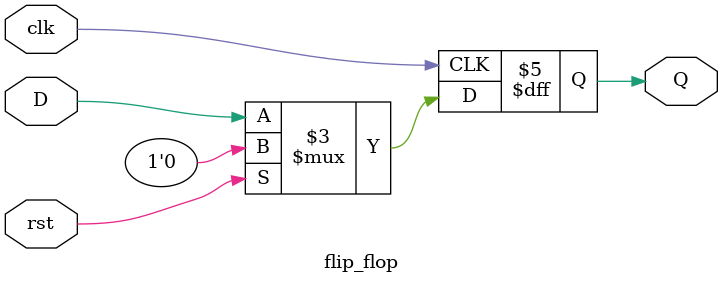
<source format=sv>
/**
 * Copyright (C) 2023  AGH University of Science and Technology
 * MTM UEC2
 * Author: Arkadiusz Kurnik
 * 
 * Description:
 * flip-flop module
 */

`timescale 1 ns / 1 ps

 module flip_flop(
    input logic clk,
    input logic rst,
    input logic D,

    output logic Q
 );

always_ff @(posedge clk) begin : flip_flop_blk
    if(rst) begin
        Q <= '0;
    end
    else begin
        Q <= D;
    end
end

 endmodule


</source>
